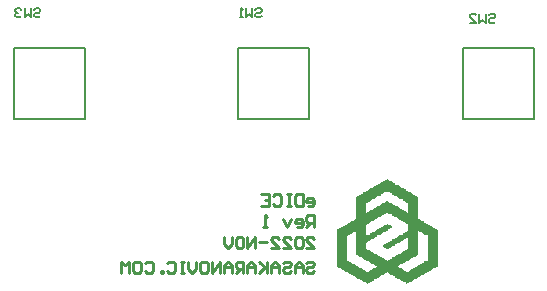
<source format=gbo>
G04*
G04 #@! TF.GenerationSoftware,Altium Limited,Altium Designer,22.6.1 (34)*
G04*
G04 Layer_Color=32896*
%FSLAX25Y25*%
%MOIN*%
G70*
G04*
G04 #@! TF.SameCoordinates,3CCE4902-C80F-44A4-85C5-196FD7956E2B*
G04*
G04*
G04 #@! TF.FilePolarity,Positive*
G04*
G01*
G75*
%ADD10C,0.00984*%
%ADD12C,0.00787*%
%ADD78C,0.00600*%
G36*
X37686Y-32258D02*
X37164D01*
Y-32519D01*
X36641D01*
Y-32781D01*
X36380D01*
Y-33042D01*
X35858D01*
Y-33303D01*
X35335D01*
Y-33564D01*
X34813D01*
Y-33825D01*
X34552D01*
Y-34086D01*
X34030D01*
Y-34348D01*
X33507D01*
Y-34609D01*
X32985D01*
Y-34870D01*
X32724D01*
Y-35131D01*
X32201D01*
Y-35392D01*
X31679D01*
Y-35654D01*
X31418D01*
Y-35915D01*
X30895D01*
Y-36176D01*
X30373D01*
Y-36437D01*
X29851D01*
Y-36698D01*
X29590D01*
Y-36959D01*
X29067D01*
Y-37221D01*
X28545D01*
Y-37482D01*
X28022D01*
Y-37743D01*
X27761D01*
Y-38004D01*
X27500D01*
Y-45317D01*
X26978D01*
Y-45579D01*
X26716D01*
Y-45840D01*
X26194D01*
Y-46101D01*
X25672D01*
Y-46362D01*
X25411D01*
Y-46623D01*
X24888D01*
Y-46885D01*
X24366D01*
Y-47146D01*
X23843D01*
Y-47407D01*
X23582D01*
Y-47668D01*
X23060D01*
Y-47929D01*
X22537D01*
Y-48190D01*
X22015D01*
Y-48452D01*
X21754D01*
Y-48713D01*
X21232D01*
Y-48974D01*
X20970D01*
Y-61250D01*
X21493D01*
Y-61511D01*
X22015D01*
Y-61772D01*
X22537D01*
Y-62033D01*
X22799D01*
Y-62294D01*
X23321D01*
Y-62556D01*
X23843D01*
Y-62817D01*
X24366D01*
Y-63078D01*
X24627D01*
Y-63339D01*
X25149D01*
Y-63600D01*
X25672D01*
Y-63862D01*
X25933D01*
Y-64123D01*
X26455D01*
Y-64384D01*
X26978D01*
Y-64645D01*
X27500D01*
Y-64906D01*
X27761D01*
Y-65167D01*
X28284D01*
Y-65429D01*
X28806D01*
Y-65690D01*
X29328D01*
Y-65951D01*
X29590D01*
Y-66212D01*
X30112D01*
Y-66473D01*
X30634D01*
Y-66735D01*
X31157D01*
Y-66996D01*
X31418D01*
Y-66735D01*
X31940D01*
Y-66473D01*
X32201D01*
Y-66212D01*
X32724D01*
Y-65951D01*
X33246D01*
Y-65690D01*
X33507D01*
Y-65429D01*
X34030D01*
Y-65167D01*
X34552D01*
Y-64906D01*
X35074D01*
Y-64645D01*
X35335D01*
Y-64384D01*
X35858D01*
Y-64123D01*
X36380D01*
Y-63862D01*
X36903D01*
Y-63600D01*
X37164D01*
Y-63339D01*
X37686D01*
Y-63078D01*
X37947D01*
Y-63339D01*
X38470D01*
Y-63600D01*
X38731D01*
Y-63862D01*
X39253D01*
Y-64123D01*
X39776D01*
Y-64384D01*
X40298D01*
Y-64645D01*
X40559D01*
Y-64906D01*
X41082D01*
Y-65167D01*
X41604D01*
Y-65429D01*
X42126D01*
Y-65690D01*
X42388D01*
Y-65951D01*
X42910D01*
Y-66212D01*
X43432D01*
Y-66473D01*
X43955D01*
Y-66735D01*
X44216D01*
Y-66996D01*
X44477D01*
Y-66735D01*
X44999D01*
Y-66473D01*
X45522D01*
Y-66212D01*
X46044D01*
Y-65951D01*
X46305D01*
Y-65690D01*
X46828D01*
Y-65429D01*
X47350D01*
Y-65167D01*
X47872D01*
Y-64906D01*
X48134D01*
Y-64645D01*
X48656D01*
Y-64384D01*
X49178D01*
Y-64123D01*
X49701D01*
Y-63862D01*
X49962D01*
Y-63600D01*
X50484D01*
Y-63339D01*
X51007D01*
Y-63078D01*
X51268D01*
Y-62817D01*
X51790D01*
Y-62556D01*
X52312D01*
Y-62294D01*
X52835D01*
Y-62033D01*
X53096D01*
Y-61772D01*
X53618D01*
Y-61511D01*
X54141D01*
Y-61250D01*
X54663D01*
Y-48974D01*
X54402D01*
Y-48713D01*
X53880D01*
Y-48452D01*
X53618D01*
Y-48190D01*
X53096D01*
Y-47929D01*
X52574D01*
Y-47668D01*
X52051D01*
Y-47407D01*
X51790D01*
Y-47146D01*
X51268D01*
Y-46885D01*
X50745D01*
Y-46623D01*
X50223D01*
Y-46362D01*
X49962D01*
Y-46101D01*
X49439D01*
Y-45840D01*
X48917D01*
Y-45579D01*
X48656D01*
Y-45317D01*
X48134D01*
Y-38004D01*
X47872D01*
Y-37743D01*
X47350D01*
Y-37482D01*
X47089D01*
Y-37221D01*
X46567D01*
Y-36959D01*
X46044D01*
Y-36698D01*
X45783D01*
Y-36437D01*
X45261D01*
Y-36176D01*
X44738D01*
Y-35915D01*
X44216D01*
Y-35654D01*
X43955D01*
Y-35392D01*
X43432D01*
Y-35131D01*
X42910D01*
Y-34870D01*
X42388D01*
Y-34609D01*
X42126D01*
Y-34348D01*
X41604D01*
Y-34086D01*
X41082D01*
Y-33825D01*
X40559D01*
Y-33564D01*
X40298D01*
Y-33303D01*
X39776D01*
Y-33042D01*
X39253D01*
Y-32781D01*
X38731D01*
Y-32519D01*
X38470D01*
Y-32258D01*
X37947D01*
Y-31997D01*
X37686D01*
Y-32258D01*
D02*
G37*
%LPC*%
G36*
X37164Y-36176D02*
X38209D01*
Y-36437D01*
X38731D01*
Y-36698D01*
X39253D01*
Y-36959D01*
X39514D01*
Y-37221D01*
X40037D01*
Y-37482D01*
X40559D01*
Y-37743D01*
X41082D01*
Y-38004D01*
X41343D01*
Y-38265D01*
X41865D01*
Y-38527D01*
X42388D01*
Y-38788D01*
X42910D01*
Y-39049D01*
X43171D01*
Y-39310D01*
X43693D01*
Y-39571D01*
X44216D01*
Y-39832D01*
X44477D01*
Y-40094D01*
X44738D01*
Y-40355D01*
Y-40616D01*
Y-40877D01*
Y-41138D01*
Y-41400D01*
Y-41661D01*
Y-41922D01*
Y-42183D01*
Y-42444D01*
Y-42706D01*
Y-42967D01*
Y-43228D01*
X44477D01*
Y-42967D01*
X43955D01*
Y-42706D01*
X43432D01*
Y-42444D01*
X43171D01*
Y-42183D01*
X42649D01*
Y-41922D01*
X42126D01*
Y-41661D01*
X41604D01*
Y-41400D01*
X41343D01*
Y-41138D01*
X40820D01*
Y-40877D01*
X40298D01*
Y-40616D01*
X39776D01*
Y-40355D01*
X39514D01*
Y-40094D01*
X38992D01*
Y-39832D01*
X38470D01*
Y-39571D01*
X38209D01*
Y-39310D01*
X37425D01*
Y-39571D01*
X37164D01*
Y-39832D01*
X36641D01*
Y-40094D01*
X36119D01*
Y-40355D01*
X35597D01*
Y-40616D01*
X35335D01*
Y-40877D01*
X34813D01*
Y-41138D01*
X34291D01*
Y-41400D01*
X34030D01*
Y-41661D01*
X33507D01*
Y-41922D01*
X32985D01*
Y-42183D01*
X32462D01*
Y-42444D01*
X32201D01*
Y-42706D01*
X31679D01*
Y-42967D01*
X31157D01*
Y-43228D01*
X30895D01*
Y-42967D01*
Y-42706D01*
Y-42444D01*
Y-42183D01*
Y-41922D01*
Y-41661D01*
Y-41400D01*
Y-41138D01*
Y-40877D01*
Y-40616D01*
Y-40355D01*
Y-40094D01*
Y-39832D01*
X31418D01*
Y-39571D01*
X31940D01*
Y-39310D01*
X32462D01*
Y-39049D01*
X32724D01*
Y-38788D01*
X33246D01*
Y-38527D01*
X33768D01*
Y-38265D01*
X34030D01*
Y-38004D01*
X34552D01*
Y-37743D01*
X35074D01*
Y-37482D01*
X35597D01*
Y-37221D01*
X35858D01*
Y-36959D01*
X36380D01*
Y-36698D01*
X36903D01*
Y-36437D01*
X37164D01*
Y-36176D01*
D02*
G37*
G36*
X37425Y-43228D02*
X38209D01*
Y-43489D01*
X38731D01*
Y-43750D01*
X39253D01*
Y-44012D01*
X39514D01*
Y-44273D01*
X40037D01*
Y-44534D01*
X40559D01*
Y-44795D01*
X41082D01*
Y-45056D01*
X41343D01*
Y-45317D01*
X41865D01*
Y-45579D01*
X42388D01*
Y-45840D01*
X42910D01*
Y-46101D01*
X43171D01*
Y-46362D01*
X43693D01*
Y-46623D01*
X44216D01*
Y-46885D01*
X44738D01*
Y-47146D01*
Y-47407D01*
Y-47668D01*
Y-47929D01*
Y-48190D01*
Y-48452D01*
Y-48713D01*
Y-48974D01*
Y-49235D01*
X44477D01*
Y-49496D01*
X44216D01*
Y-49758D01*
X43693D01*
Y-50019D01*
X43171D01*
Y-50280D01*
X42910D01*
Y-50541D01*
X42388D01*
Y-50802D01*
X41865D01*
Y-51064D01*
X41343D01*
Y-51325D01*
X41082D01*
Y-51586D01*
X40559D01*
Y-51847D01*
X40037D01*
Y-52108D01*
X39514D01*
Y-52369D01*
X39253D01*
Y-52631D01*
X38731D01*
Y-52892D01*
X38209D01*
Y-53153D01*
X37947D01*
Y-53414D01*
X37425D01*
Y-53675D01*
X36903D01*
Y-53936D01*
X36380D01*
Y-54198D01*
X36119D01*
Y-54459D01*
X36380D01*
Y-54720D01*
X36903D01*
Y-54981D01*
X37425D01*
Y-55242D01*
X38470D01*
Y-54981D01*
X38992D01*
Y-54720D01*
X39253D01*
Y-54459D01*
X39776D01*
Y-54198D01*
X40298D01*
Y-53936D01*
X40559D01*
Y-53675D01*
X41082D01*
Y-53414D01*
X41604D01*
Y-53153D01*
X42126D01*
Y-52892D01*
X42388D01*
Y-52631D01*
X42910D01*
Y-52369D01*
X43432D01*
Y-52108D01*
X43693D01*
Y-51847D01*
X44216D01*
Y-51586D01*
X44738D01*
Y-51847D01*
Y-52108D01*
Y-52369D01*
Y-52631D01*
Y-52892D01*
Y-53153D01*
Y-53414D01*
Y-53675D01*
Y-53936D01*
Y-54198D01*
Y-54459D01*
Y-54720D01*
Y-54981D01*
Y-55242D01*
X44477D01*
Y-55504D01*
X43955D01*
Y-55765D01*
X43693D01*
Y-56026D01*
X43171D01*
Y-56287D01*
X42649D01*
Y-56548D01*
X42388D01*
Y-56810D01*
X41865D01*
Y-57071D01*
X41343D01*
Y-57332D01*
X40820D01*
Y-57593D01*
X40559D01*
Y-57854D01*
X40037D01*
Y-58116D01*
X39514D01*
Y-58377D01*
X39253D01*
Y-58638D01*
X38731D01*
Y-58899D01*
X38209D01*
Y-59160D01*
X37686D01*
Y-58899D01*
X37164D01*
Y-58638D01*
X36641D01*
Y-58377D01*
X36119D01*
Y-58116D01*
X35858D01*
Y-57854D01*
X35335D01*
Y-57593D01*
X34813D01*
Y-57332D01*
X34291D01*
Y-57071D01*
X34030D01*
Y-56810D01*
X33507D01*
Y-56548D01*
X32985D01*
Y-56287D01*
X32462D01*
Y-56026D01*
X32201D01*
Y-55765D01*
X31679D01*
Y-55504D01*
X31157D01*
Y-55242D01*
X30895D01*
Y-54981D01*
Y-54720D01*
Y-54459D01*
Y-54198D01*
Y-53936D01*
Y-53675D01*
Y-53414D01*
Y-53153D01*
X31157D01*
Y-52892D01*
X31418D01*
Y-52631D01*
X31940D01*
Y-52369D01*
X32462D01*
Y-52108D01*
X32985D01*
Y-51847D01*
X33246D01*
Y-51586D01*
X33768D01*
Y-51325D01*
X34291D01*
Y-51064D01*
X34552D01*
Y-50802D01*
X35074D01*
Y-50541D01*
X35597D01*
Y-50280D01*
X36119D01*
Y-50019D01*
X36380D01*
Y-49758D01*
X36903D01*
Y-49496D01*
X37425D01*
Y-49235D01*
X37947D01*
Y-48974D01*
X38209D01*
Y-48713D01*
X38731D01*
Y-48452D01*
X39253D01*
Y-48190D01*
X39514D01*
Y-47929D01*
Y-47668D01*
X38992D01*
Y-47407D01*
X38470D01*
Y-47146D01*
X37947D01*
Y-46885D01*
X37686D01*
Y-47146D01*
X37164D01*
Y-47407D01*
X36903D01*
Y-47668D01*
X36380D01*
Y-47929D01*
X35858D01*
Y-48190D01*
X35335D01*
Y-48452D01*
X35074D01*
Y-48713D01*
X34552D01*
Y-48974D01*
X34030D01*
Y-49235D01*
X33768D01*
Y-49496D01*
X33246D01*
Y-49758D01*
X32724D01*
Y-50019D01*
X32201D01*
Y-50280D01*
X31940D01*
Y-50541D01*
X31418D01*
Y-50802D01*
X30895D01*
Y-50541D01*
Y-50280D01*
Y-50019D01*
Y-49758D01*
Y-49496D01*
Y-49235D01*
Y-48974D01*
Y-48713D01*
Y-48452D01*
Y-48190D01*
Y-47929D01*
Y-47668D01*
Y-47407D01*
Y-47146D01*
X31157D01*
Y-46885D01*
X31679D01*
Y-46623D01*
X31940D01*
Y-46362D01*
X32462D01*
Y-46101D01*
X32985D01*
Y-45840D01*
X33507D01*
Y-45579D01*
X33768D01*
Y-45317D01*
X34291D01*
Y-45056D01*
X34813D01*
Y-44795D01*
X35074D01*
Y-44534D01*
X35597D01*
Y-44273D01*
X36119D01*
Y-44012D01*
X36641D01*
Y-43750D01*
X36903D01*
Y-43489D01*
X37425D01*
Y-43228D01*
D02*
G37*
G36*
X27239Y-49235D02*
X27500D01*
Y-49496D01*
Y-49758D01*
Y-50019D01*
Y-50280D01*
Y-50541D01*
Y-50802D01*
Y-51064D01*
Y-51325D01*
Y-51586D01*
Y-51847D01*
Y-52108D01*
Y-52369D01*
Y-52631D01*
Y-52892D01*
Y-53153D01*
Y-53414D01*
Y-53675D01*
Y-53936D01*
Y-54198D01*
Y-54459D01*
Y-54720D01*
Y-54981D01*
Y-55242D01*
Y-55504D01*
Y-55765D01*
Y-56026D01*
Y-56287D01*
Y-56548D01*
Y-56810D01*
Y-57071D01*
Y-57332D01*
X28022D01*
Y-57593D01*
X28284D01*
Y-57854D01*
X28806D01*
Y-58116D01*
X29328D01*
Y-58377D01*
X29590D01*
Y-58638D01*
X30112D01*
Y-58899D01*
X30634D01*
Y-59160D01*
X31157D01*
Y-59421D01*
X31679D01*
Y-59683D01*
X31940D01*
Y-59944D01*
X32462D01*
Y-60205D01*
X32985D01*
Y-60466D01*
X33507D01*
Y-60727D01*
X33768D01*
Y-60988D01*
X34291D01*
Y-61250D01*
X34030D01*
Y-61511D01*
X33507D01*
Y-61772D01*
X32985D01*
Y-62033D01*
X32724D01*
Y-62294D01*
X32201D01*
Y-62556D01*
X31679D01*
Y-62817D01*
X30634D01*
Y-62556D01*
X30373D01*
Y-62294D01*
X29851D01*
Y-62033D01*
X29328D01*
Y-61772D01*
X28806D01*
Y-61511D01*
X28545D01*
Y-61250D01*
X28022D01*
Y-60988D01*
X27500D01*
Y-60727D01*
X26978D01*
Y-60466D01*
X26716D01*
Y-60205D01*
X26194D01*
Y-59944D01*
X25672D01*
Y-59683D01*
X25149D01*
Y-59421D01*
X24888D01*
Y-59160D01*
X24366D01*
Y-58899D01*
Y-58638D01*
Y-58377D01*
Y-58116D01*
Y-57854D01*
Y-57593D01*
Y-57332D01*
Y-57071D01*
Y-56810D01*
Y-56548D01*
Y-56287D01*
Y-56026D01*
Y-55765D01*
Y-55504D01*
Y-55242D01*
Y-54981D01*
Y-54720D01*
Y-54459D01*
Y-54198D01*
Y-53936D01*
Y-53675D01*
Y-53414D01*
Y-53153D01*
Y-52892D01*
Y-52631D01*
Y-52369D01*
Y-52108D01*
Y-51847D01*
Y-51586D01*
Y-51325D01*
Y-51064D01*
X24627D01*
Y-50802D01*
X24888D01*
Y-50541D01*
X25411D01*
Y-50280D01*
X25933D01*
Y-50019D01*
X26455D01*
Y-49758D01*
X26716D01*
Y-49496D01*
X27239D01*
Y-49235D01*
D02*
G37*
G36*
X48134D02*
X48395D01*
Y-49496D01*
X48917D01*
Y-49758D01*
X49439D01*
Y-50019D01*
X49701D01*
Y-50280D01*
X50223D01*
Y-50541D01*
X50745D01*
Y-50802D01*
X51268D01*
Y-51064D01*
Y-51325D01*
Y-51586D01*
Y-51847D01*
Y-52108D01*
Y-52369D01*
Y-52631D01*
Y-52892D01*
Y-53153D01*
Y-53414D01*
Y-53675D01*
Y-53936D01*
Y-54198D01*
Y-54459D01*
Y-54720D01*
Y-54981D01*
Y-55242D01*
Y-55504D01*
Y-55765D01*
Y-56026D01*
Y-56287D01*
Y-56548D01*
Y-56810D01*
Y-57071D01*
Y-57332D01*
Y-57593D01*
Y-57854D01*
Y-58116D01*
Y-58377D01*
Y-58638D01*
Y-58899D01*
Y-59160D01*
X50745D01*
Y-59421D01*
X50223D01*
Y-59683D01*
X49962D01*
Y-59944D01*
X49439D01*
Y-60205D01*
X48917D01*
Y-60466D01*
X48656D01*
Y-60727D01*
X48134D01*
Y-60988D01*
X47611D01*
Y-61250D01*
X47089D01*
Y-61511D01*
X46828D01*
Y-61772D01*
X46305D01*
Y-62033D01*
X45783D01*
Y-62294D01*
X45261D01*
Y-62556D01*
X44999D01*
Y-62817D01*
X43955D01*
Y-62556D01*
X43432D01*
Y-62294D01*
X43171D01*
Y-62033D01*
X42649D01*
Y-61772D01*
X42126D01*
Y-61511D01*
X41604D01*
Y-61250D01*
X41343D01*
Y-60988D01*
X41865D01*
Y-60727D01*
X42126D01*
Y-60466D01*
X42649D01*
Y-60205D01*
X43171D01*
Y-59944D01*
X43693D01*
Y-59683D01*
X43955D01*
Y-59421D01*
X44477D01*
Y-59160D01*
X44999D01*
Y-58899D01*
X45522D01*
Y-58638D01*
X45783D01*
Y-58377D01*
X46305D01*
Y-58116D01*
X46828D01*
Y-57854D01*
X47350D01*
Y-57593D01*
X47611D01*
Y-57332D01*
X48134D01*
Y-57071D01*
Y-56810D01*
Y-56548D01*
Y-56287D01*
Y-56026D01*
Y-55765D01*
Y-55504D01*
Y-55242D01*
Y-54981D01*
Y-54720D01*
Y-54459D01*
Y-54198D01*
Y-53936D01*
Y-53675D01*
Y-53414D01*
Y-53153D01*
Y-52892D01*
Y-52631D01*
Y-52369D01*
Y-52108D01*
Y-51847D01*
Y-51586D01*
Y-51325D01*
Y-51064D01*
Y-50802D01*
Y-50541D01*
Y-50280D01*
Y-50019D01*
Y-49758D01*
Y-49496D01*
Y-49235D01*
D02*
G37*
%LPD*%
D10*
X10892Y-60140D02*
X11548Y-59484D01*
X12860D01*
X13516Y-60140D01*
Y-60796D01*
X12860Y-61452D01*
X11548D01*
X10892Y-62108D01*
Y-62764D01*
X11548Y-63420D01*
X12860D01*
X13516Y-62764D01*
X9580Y-63420D02*
Y-60796D01*
X8268Y-59484D01*
X6956Y-60796D01*
Y-63420D01*
Y-61452D01*
X9580D01*
X3021Y-60140D02*
X3676Y-59484D01*
X4988D01*
X5644Y-60140D01*
Y-60796D01*
X4988Y-61452D01*
X3676D01*
X3021Y-62108D01*
Y-62764D01*
X3676Y-63420D01*
X4988D01*
X5644Y-62764D01*
X1709Y-63420D02*
Y-60796D01*
X397Y-59484D01*
X-915Y-60796D01*
Y-63420D01*
Y-61452D01*
X1709D01*
X-2227Y-59484D02*
Y-63420D01*
Y-62108D01*
X-4851Y-59484D01*
X-2883Y-61452D01*
X-4851Y-63420D01*
X-6163D02*
Y-60796D01*
X-7475Y-59484D01*
X-8787Y-60796D01*
Y-63420D01*
Y-61452D01*
X-6163D01*
X-10099Y-63420D02*
Y-59484D01*
X-12066D01*
X-12722Y-60140D01*
Y-61452D01*
X-12066Y-62108D01*
X-10099D01*
X-11411D02*
X-12722Y-63420D01*
X-14034D02*
Y-60796D01*
X-15346Y-59484D01*
X-16658Y-60796D01*
Y-63420D01*
Y-61452D01*
X-14034D01*
X-17970Y-63420D02*
Y-59484D01*
X-20594Y-63420D01*
Y-59484D01*
X-23874D02*
X-22562D01*
X-21906Y-60140D01*
Y-62764D01*
X-22562Y-63420D01*
X-23874D01*
X-24530Y-62764D01*
Y-60140D01*
X-23874Y-59484D01*
X-25842D02*
Y-62108D01*
X-27154Y-63420D01*
X-28466Y-62108D01*
Y-59484D01*
X-29777D02*
X-31089D01*
X-30433D01*
Y-63420D01*
X-29777D01*
X-31089D01*
X-35681Y-60140D02*
X-35025Y-59484D01*
X-33713D01*
X-33057Y-60140D01*
Y-62764D01*
X-33713Y-63420D01*
X-35025D01*
X-35681Y-62764D01*
X-36993Y-63420D02*
Y-62764D01*
X-37649D01*
Y-63420D01*
X-36993D01*
X-42897Y-60140D02*
X-42241Y-59484D01*
X-40929D01*
X-40273Y-60140D01*
Y-62764D01*
X-40929Y-63420D01*
X-42241D01*
X-42897Y-62764D01*
X-46176Y-59484D02*
X-44864D01*
X-44208Y-60140D01*
Y-62764D01*
X-44864Y-63420D01*
X-46176D01*
X-46832Y-62764D01*
Y-60140D01*
X-46176Y-59484D01*
X-48144Y-63420D02*
Y-59484D01*
X-49456Y-60796D01*
X-50768Y-59484D01*
Y-63420D01*
X11548Y-40920D02*
X12860D01*
X13516Y-40264D01*
Y-38952D01*
X12860Y-38296D01*
X11548D01*
X10892Y-38952D01*
Y-39608D01*
X13516D01*
X9580Y-36984D02*
Y-40920D01*
X7612D01*
X6956Y-40264D01*
Y-37640D01*
X7612Y-36984D01*
X9580D01*
X5644D02*
X4332D01*
X4988D01*
Y-40920D01*
X5644D01*
X4332D01*
X-259Y-37640D02*
X397Y-36984D01*
X1709D01*
X2365Y-37640D01*
Y-40264D01*
X1709Y-40920D01*
X397D01*
X-259Y-40264D01*
X-4195Y-36984D02*
X-1571D01*
Y-40920D01*
X-4195D01*
X-1571Y-38952D02*
X-2883D01*
X13516Y-48005D02*
Y-44069D01*
X11548D01*
X10892Y-44725D01*
Y-46037D01*
X11548Y-46693D01*
X13516D01*
X12204D02*
X10892Y-48005D01*
X7612D02*
X8924D01*
X9580Y-47349D01*
Y-46037D01*
X8924Y-45381D01*
X7612D01*
X6956Y-46037D01*
Y-46693D01*
X9580D01*
X5644Y-45381D02*
X4332Y-48005D01*
X3021Y-45381D01*
X-2227Y-48005D02*
X-3539D01*
X-2883D01*
Y-44069D01*
X-2227Y-44725D01*
X10892Y-55090D02*
X13516D01*
X10892Y-52466D01*
Y-51810D01*
X11548Y-51154D01*
X12860D01*
X13516Y-51810D01*
X9580D02*
X8924Y-51154D01*
X7612D01*
X6956Y-51810D01*
Y-54434D01*
X7612Y-55090D01*
X8924D01*
X9580Y-54434D01*
Y-51810D01*
X3021Y-55090D02*
X5644D01*
X3021Y-52466D01*
Y-51810D01*
X3676Y-51154D01*
X4988D01*
X5644Y-51810D01*
X-915Y-55090D02*
X1709D01*
X-915Y-52466D01*
Y-51810D01*
X-259Y-51154D01*
X1053D01*
X1709Y-51810D01*
X-2227Y-53122D02*
X-4851D01*
X-6163Y-55090D02*
Y-51154D01*
X-8787Y-55090D01*
Y-51154D01*
X-12066D02*
X-10755D01*
X-10099Y-51810D01*
Y-54434D01*
X-10755Y-55090D01*
X-12066D01*
X-12722Y-54434D01*
Y-51810D01*
X-12066Y-51154D01*
X-14034D02*
Y-53778D01*
X-15346Y-55090D01*
X-16658Y-53778D01*
Y-51154D01*
D12*
X-79930Y24493D02*
X-79405Y25018D01*
X-78355D01*
X-77831Y24493D01*
Y23968D01*
X-78355Y23444D01*
X-79405D01*
X-79930Y22919D01*
Y22394D01*
X-79405Y21869D01*
X-78355D01*
X-77831Y22394D01*
X-80979Y25018D02*
Y21869D01*
X-82029Y22919D01*
X-83078Y21869D01*
Y25018D01*
X-84128Y24493D02*
X-84653Y25018D01*
X-85702D01*
X-86227Y24493D01*
Y23968D01*
X-85702Y23444D01*
X-85177D01*
X-85702D01*
X-86227Y22919D01*
Y22394D01*
X-85702Y21869D01*
X-84653D01*
X-84128Y22394D01*
X71670Y22593D02*
X72195Y23118D01*
X73245D01*
X73769Y22593D01*
Y22068D01*
X73245Y21544D01*
X72195D01*
X71670Y21019D01*
Y20494D01*
X72195Y19969D01*
X73245D01*
X73769Y20494D01*
X70621Y23118D02*
Y19969D01*
X69571Y21019D01*
X68522Y19969D01*
Y23118D01*
X65373Y19969D02*
X67472D01*
X65373Y22068D01*
Y22593D01*
X65898Y23118D01*
X66947D01*
X67472Y22593D01*
X-6130Y24493D02*
X-5605Y25018D01*
X-4555D01*
X-4031Y24493D01*
Y23968D01*
X-4555Y23444D01*
X-5605D01*
X-6130Y22919D01*
Y22394D01*
X-5605Y21869D01*
X-4555D01*
X-4031Y22394D01*
X-7179Y25018D02*
Y21869D01*
X-8229Y22919D01*
X-9278Y21869D01*
Y25018D01*
X-10328Y21869D02*
X-11377D01*
X-10853D01*
Y25018D01*
X-10328Y24493D01*
D78*
X11811Y-11807D02*
Y11813D01*
X-11811Y-11809D02*
X11811D01*
X-11811Y11813D02*
X11811D01*
X-11811Y-11809D02*
Y11811D01*
X62992Y-11813D02*
Y11807D01*
Y11809D02*
X86614D01*
X62992Y-11813D02*
X86614D01*
Y-11811D02*
Y11809D01*
X-62992Y-11807D02*
Y11813D01*
X-86614Y-11809D02*
X-62992D01*
X-86614Y11813D02*
X-62992D01*
X-86614Y-11809D02*
Y11811D01*
M02*

</source>
